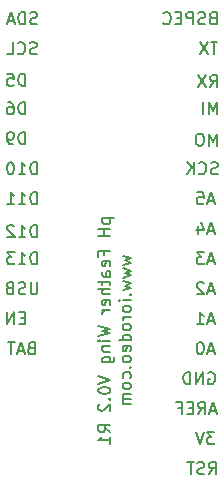
<source format=gbr>
G04 #@! TF.GenerationSoftware,KiCad,Pcbnew,5.1.7-a382d34a8~87~ubuntu18.04.1*
G04 #@! TF.CreationDate,2021-01-18T08:48:31-08:00*
G04 #@! TF.ProjectId,ph_feather_wing,70685f66-6561-4746-9865-725f77696e67,rev?*
G04 #@! TF.SameCoordinates,Original*
G04 #@! TF.FileFunction,Legend,Bot*
G04 #@! TF.FilePolarity,Positive*
%FSLAX46Y46*%
G04 Gerber Fmt 4.6, Leading zero omitted, Abs format (unit mm)*
G04 Created by KiCad (PCBNEW 5.1.7-a382d34a8~87~ubuntu18.04.1) date 2021-01-18 08:48:31*
%MOMM*%
%LPD*%
G01*
G04 APERTURE LIST*
%ADD10C,0.203200*%
G04 APERTURE END LIST*
D10*
X75372685Y-74059142D02*
X76388685Y-74059142D01*
X75421066Y-74059142D02*
X75372685Y-74155904D01*
X75372685Y-74349428D01*
X75421066Y-74446190D01*
X75469447Y-74494571D01*
X75566209Y-74542952D01*
X75856495Y-74542952D01*
X75953257Y-74494571D01*
X76001638Y-74446190D01*
X76050019Y-74349428D01*
X76050019Y-74155904D01*
X76001638Y-74059142D01*
X76050019Y-74978380D02*
X75034019Y-74978380D01*
X75517828Y-74978380D02*
X75517828Y-75558952D01*
X76050019Y-75558952D02*
X75034019Y-75558952D01*
X75517828Y-77155523D02*
X75517828Y-76816857D01*
X76050019Y-76816857D02*
X75034019Y-76816857D01*
X75034019Y-77300666D01*
X76001638Y-78074761D02*
X76050019Y-77978000D01*
X76050019Y-77784476D01*
X76001638Y-77687714D01*
X75904876Y-77639333D01*
X75517828Y-77639333D01*
X75421066Y-77687714D01*
X75372685Y-77784476D01*
X75372685Y-77978000D01*
X75421066Y-78074761D01*
X75517828Y-78123142D01*
X75614590Y-78123142D01*
X75711352Y-77639333D01*
X76050019Y-78994000D02*
X75517828Y-78994000D01*
X75421066Y-78945619D01*
X75372685Y-78848857D01*
X75372685Y-78655333D01*
X75421066Y-78558571D01*
X76001638Y-78994000D02*
X76050019Y-78897238D01*
X76050019Y-78655333D01*
X76001638Y-78558571D01*
X75904876Y-78510190D01*
X75808114Y-78510190D01*
X75711352Y-78558571D01*
X75662971Y-78655333D01*
X75662971Y-78897238D01*
X75614590Y-78994000D01*
X75372685Y-79332666D02*
X75372685Y-79719714D01*
X75034019Y-79477809D02*
X75904876Y-79477809D01*
X76001638Y-79526190D01*
X76050019Y-79622952D01*
X76050019Y-79719714D01*
X76050019Y-80058380D02*
X75034019Y-80058380D01*
X76050019Y-80493809D02*
X75517828Y-80493809D01*
X75421066Y-80445428D01*
X75372685Y-80348666D01*
X75372685Y-80203523D01*
X75421066Y-80106761D01*
X75469447Y-80058380D01*
X76001638Y-81364666D02*
X76050019Y-81267904D01*
X76050019Y-81074380D01*
X76001638Y-80977619D01*
X75904876Y-80929238D01*
X75517828Y-80929238D01*
X75421066Y-80977619D01*
X75372685Y-81074380D01*
X75372685Y-81267904D01*
X75421066Y-81364666D01*
X75517828Y-81413047D01*
X75614590Y-81413047D01*
X75711352Y-80929238D01*
X76050019Y-81848476D02*
X75372685Y-81848476D01*
X75566209Y-81848476D02*
X75469447Y-81896857D01*
X75421066Y-81945238D01*
X75372685Y-82042000D01*
X75372685Y-82138761D01*
X75034019Y-83154761D02*
X76050019Y-83396666D01*
X75324304Y-83590190D01*
X76050019Y-83783714D01*
X75034019Y-84025619D01*
X76050019Y-84412666D02*
X75372685Y-84412666D01*
X75034019Y-84412666D02*
X75082400Y-84364285D01*
X75130780Y-84412666D01*
X75082400Y-84461047D01*
X75034019Y-84412666D01*
X75130780Y-84412666D01*
X75372685Y-84896476D02*
X76050019Y-84896476D01*
X75469447Y-84896476D02*
X75421066Y-84944857D01*
X75372685Y-85041619D01*
X75372685Y-85186761D01*
X75421066Y-85283523D01*
X75517828Y-85331904D01*
X76050019Y-85331904D01*
X75372685Y-86251142D02*
X76195161Y-86251142D01*
X76291923Y-86202761D01*
X76340304Y-86154380D01*
X76388685Y-86057619D01*
X76388685Y-85912476D01*
X76340304Y-85815714D01*
X76001638Y-86251142D02*
X76050019Y-86154380D01*
X76050019Y-85960857D01*
X76001638Y-85864095D01*
X75953257Y-85815714D01*
X75856495Y-85767333D01*
X75566209Y-85767333D01*
X75469447Y-85815714D01*
X75421066Y-85864095D01*
X75372685Y-85960857D01*
X75372685Y-86154380D01*
X75421066Y-86251142D01*
X75034019Y-87363904D02*
X76050019Y-87702571D01*
X75034019Y-88041238D01*
X75034019Y-88573428D02*
X75034019Y-88670190D01*
X75082400Y-88766952D01*
X75130780Y-88815333D01*
X75227542Y-88863714D01*
X75421066Y-88912095D01*
X75662971Y-88912095D01*
X75856495Y-88863714D01*
X75953257Y-88815333D01*
X76001638Y-88766952D01*
X76050019Y-88670190D01*
X76050019Y-88573428D01*
X76001638Y-88476666D01*
X75953257Y-88428285D01*
X75856495Y-88379904D01*
X75662971Y-88331523D01*
X75421066Y-88331523D01*
X75227542Y-88379904D01*
X75130780Y-88428285D01*
X75082400Y-88476666D01*
X75034019Y-88573428D01*
X75953257Y-89347523D02*
X76001638Y-89395904D01*
X76050019Y-89347523D01*
X76001638Y-89299142D01*
X75953257Y-89347523D01*
X76050019Y-89347523D01*
X75130780Y-89782952D02*
X75082400Y-89831333D01*
X75034019Y-89928095D01*
X75034019Y-90170000D01*
X75082400Y-90266761D01*
X75130780Y-90315142D01*
X75227542Y-90363523D01*
X75324304Y-90363523D01*
X75469447Y-90315142D01*
X76050019Y-89734571D01*
X76050019Y-90363523D01*
X76050019Y-92153619D02*
X75566209Y-91814952D01*
X76050019Y-91573047D02*
X75034019Y-91573047D01*
X75034019Y-91960095D01*
X75082400Y-92056857D01*
X75130780Y-92105238D01*
X75227542Y-92153619D01*
X75372685Y-92153619D01*
X75469447Y-92105238D01*
X75517828Y-92056857D01*
X75566209Y-91960095D01*
X75566209Y-91573047D01*
X76050019Y-93121238D02*
X76050019Y-92540666D01*
X76050019Y-92830952D02*
X75034019Y-92830952D01*
X75179161Y-92734190D01*
X75275923Y-92637428D01*
X75324304Y-92540666D01*
X77099885Y-77228095D02*
X77777219Y-77421619D01*
X77293409Y-77615142D01*
X77777219Y-77808666D01*
X77099885Y-78002190D01*
X77099885Y-78292476D02*
X77777219Y-78486000D01*
X77293409Y-78679523D01*
X77777219Y-78873047D01*
X77099885Y-79066571D01*
X77099885Y-79356857D02*
X77777219Y-79550380D01*
X77293409Y-79743904D01*
X77777219Y-79937428D01*
X77099885Y-80130952D01*
X77680457Y-80518000D02*
X77728838Y-80566380D01*
X77777219Y-80518000D01*
X77728838Y-80469619D01*
X77680457Y-80518000D01*
X77777219Y-80518000D01*
X77777219Y-81001809D02*
X77099885Y-81001809D01*
X76761219Y-81001809D02*
X76809600Y-80953428D01*
X76857980Y-81001809D01*
X76809600Y-81050190D01*
X76761219Y-81001809D01*
X76857980Y-81001809D01*
X77777219Y-81630761D02*
X77728838Y-81534000D01*
X77680457Y-81485619D01*
X77583695Y-81437238D01*
X77293409Y-81437238D01*
X77196647Y-81485619D01*
X77148266Y-81534000D01*
X77099885Y-81630761D01*
X77099885Y-81775904D01*
X77148266Y-81872666D01*
X77196647Y-81921047D01*
X77293409Y-81969428D01*
X77583695Y-81969428D01*
X77680457Y-81921047D01*
X77728838Y-81872666D01*
X77777219Y-81775904D01*
X77777219Y-81630761D01*
X77777219Y-82404857D02*
X77099885Y-82404857D01*
X77293409Y-82404857D02*
X77196647Y-82453238D01*
X77148266Y-82501619D01*
X77099885Y-82598380D01*
X77099885Y-82695142D01*
X77777219Y-83178952D02*
X77728838Y-83082190D01*
X77680457Y-83033809D01*
X77583695Y-82985428D01*
X77293409Y-82985428D01*
X77196647Y-83033809D01*
X77148266Y-83082190D01*
X77099885Y-83178952D01*
X77099885Y-83324095D01*
X77148266Y-83420857D01*
X77196647Y-83469238D01*
X77293409Y-83517619D01*
X77583695Y-83517619D01*
X77680457Y-83469238D01*
X77728838Y-83420857D01*
X77777219Y-83324095D01*
X77777219Y-83178952D01*
X77777219Y-84388476D02*
X76761219Y-84388476D01*
X77728838Y-84388476D02*
X77777219Y-84291714D01*
X77777219Y-84098190D01*
X77728838Y-84001428D01*
X77680457Y-83953047D01*
X77583695Y-83904666D01*
X77293409Y-83904666D01*
X77196647Y-83953047D01*
X77148266Y-84001428D01*
X77099885Y-84098190D01*
X77099885Y-84291714D01*
X77148266Y-84388476D01*
X77728838Y-85259333D02*
X77777219Y-85162571D01*
X77777219Y-84969047D01*
X77728838Y-84872285D01*
X77632076Y-84823904D01*
X77245028Y-84823904D01*
X77148266Y-84872285D01*
X77099885Y-84969047D01*
X77099885Y-85162571D01*
X77148266Y-85259333D01*
X77245028Y-85307714D01*
X77341790Y-85307714D01*
X77438552Y-84823904D01*
X77777219Y-85888285D02*
X77728838Y-85791523D01*
X77680457Y-85743142D01*
X77583695Y-85694761D01*
X77293409Y-85694761D01*
X77196647Y-85743142D01*
X77148266Y-85791523D01*
X77099885Y-85888285D01*
X77099885Y-86033428D01*
X77148266Y-86130190D01*
X77196647Y-86178571D01*
X77293409Y-86226952D01*
X77583695Y-86226952D01*
X77680457Y-86178571D01*
X77728838Y-86130190D01*
X77777219Y-86033428D01*
X77777219Y-85888285D01*
X77680457Y-86662380D02*
X77728838Y-86710761D01*
X77777219Y-86662380D01*
X77728838Y-86614000D01*
X77680457Y-86662380D01*
X77777219Y-86662380D01*
X77728838Y-87581619D02*
X77777219Y-87484857D01*
X77777219Y-87291333D01*
X77728838Y-87194571D01*
X77680457Y-87146190D01*
X77583695Y-87097809D01*
X77293409Y-87097809D01*
X77196647Y-87146190D01*
X77148266Y-87194571D01*
X77099885Y-87291333D01*
X77099885Y-87484857D01*
X77148266Y-87581619D01*
X77777219Y-88162190D02*
X77728838Y-88065428D01*
X77680457Y-88017047D01*
X77583695Y-87968666D01*
X77293409Y-87968666D01*
X77196647Y-88017047D01*
X77148266Y-88065428D01*
X77099885Y-88162190D01*
X77099885Y-88307333D01*
X77148266Y-88404095D01*
X77196647Y-88452476D01*
X77293409Y-88500857D01*
X77583695Y-88500857D01*
X77680457Y-88452476D01*
X77728838Y-88404095D01*
X77777219Y-88307333D01*
X77777219Y-88162190D01*
X77777219Y-88936285D02*
X77099885Y-88936285D01*
X77196647Y-88936285D02*
X77148266Y-88984666D01*
X77099885Y-89081428D01*
X77099885Y-89226571D01*
X77148266Y-89323333D01*
X77245028Y-89371714D01*
X77777219Y-89371714D01*
X77245028Y-89371714D02*
X77148266Y-89420095D01*
X77099885Y-89516857D01*
X77099885Y-89662000D01*
X77148266Y-89758761D01*
X77245028Y-89807142D01*
X77777219Y-89807142D01*
X69813714Y-57561238D02*
X69668571Y-57609619D01*
X69426666Y-57609619D01*
X69329904Y-57561238D01*
X69281523Y-57512857D01*
X69233142Y-57416095D01*
X69233142Y-57319333D01*
X69281523Y-57222571D01*
X69329904Y-57174190D01*
X69426666Y-57125809D01*
X69620190Y-57077428D01*
X69716952Y-57029047D01*
X69765333Y-56980666D01*
X69813714Y-56883904D01*
X69813714Y-56787142D01*
X69765333Y-56690380D01*
X69716952Y-56642000D01*
X69620190Y-56593619D01*
X69378285Y-56593619D01*
X69233142Y-56642000D01*
X68797714Y-57609619D02*
X68797714Y-56593619D01*
X68555809Y-56593619D01*
X68410666Y-56642000D01*
X68313904Y-56738761D01*
X68265523Y-56835523D01*
X68217142Y-57029047D01*
X68217142Y-57174190D01*
X68265523Y-57367714D01*
X68313904Y-57464476D01*
X68410666Y-57561238D01*
X68555809Y-57609619D01*
X68797714Y-57609619D01*
X67830095Y-57319333D02*
X67346285Y-57319333D01*
X67926857Y-57609619D02*
X67588190Y-56593619D01*
X67249523Y-57609619D01*
X69789523Y-60101238D02*
X69644380Y-60149619D01*
X69402476Y-60149619D01*
X69305714Y-60101238D01*
X69257333Y-60052857D01*
X69208952Y-59956095D01*
X69208952Y-59859333D01*
X69257333Y-59762571D01*
X69305714Y-59714190D01*
X69402476Y-59665809D01*
X69596000Y-59617428D01*
X69692761Y-59569047D01*
X69741142Y-59520666D01*
X69789523Y-59423904D01*
X69789523Y-59327142D01*
X69741142Y-59230380D01*
X69692761Y-59182000D01*
X69596000Y-59133619D01*
X69354095Y-59133619D01*
X69208952Y-59182000D01*
X68192952Y-60052857D02*
X68241333Y-60101238D01*
X68386476Y-60149619D01*
X68483238Y-60149619D01*
X68628380Y-60101238D01*
X68725142Y-60004476D01*
X68773523Y-59907714D01*
X68821904Y-59714190D01*
X68821904Y-59569047D01*
X68773523Y-59375523D01*
X68725142Y-59278761D01*
X68628380Y-59182000D01*
X68483238Y-59133619D01*
X68386476Y-59133619D01*
X68241333Y-59182000D01*
X68192952Y-59230380D01*
X67273714Y-60149619D02*
X67757523Y-60149619D01*
X67757523Y-59133619D01*
X68821904Y-62816619D02*
X68821904Y-61800619D01*
X68580000Y-61800619D01*
X68434857Y-61849000D01*
X68338095Y-61945761D01*
X68289714Y-62042523D01*
X68241333Y-62236047D01*
X68241333Y-62381190D01*
X68289714Y-62574714D01*
X68338095Y-62671476D01*
X68434857Y-62768238D01*
X68580000Y-62816619D01*
X68821904Y-62816619D01*
X67322095Y-61800619D02*
X67805904Y-61800619D01*
X67854285Y-62284428D01*
X67805904Y-62236047D01*
X67709142Y-62187666D01*
X67467238Y-62187666D01*
X67370476Y-62236047D01*
X67322095Y-62284428D01*
X67273714Y-62381190D01*
X67273714Y-62623095D01*
X67322095Y-62719857D01*
X67370476Y-62768238D01*
X67467238Y-62816619D01*
X67709142Y-62816619D01*
X67805904Y-62768238D01*
X67854285Y-62719857D01*
X68821904Y-65229619D02*
X68821904Y-64213619D01*
X68580000Y-64213619D01*
X68434857Y-64262000D01*
X68338095Y-64358761D01*
X68289714Y-64455523D01*
X68241333Y-64649047D01*
X68241333Y-64794190D01*
X68289714Y-64987714D01*
X68338095Y-65084476D01*
X68434857Y-65181238D01*
X68580000Y-65229619D01*
X68821904Y-65229619D01*
X67370476Y-64213619D02*
X67564000Y-64213619D01*
X67660761Y-64262000D01*
X67709142Y-64310380D01*
X67805904Y-64455523D01*
X67854285Y-64649047D01*
X67854285Y-65036095D01*
X67805904Y-65132857D01*
X67757523Y-65181238D01*
X67660761Y-65229619D01*
X67467238Y-65229619D01*
X67370476Y-65181238D01*
X67322095Y-65132857D01*
X67273714Y-65036095D01*
X67273714Y-64794190D01*
X67322095Y-64697428D01*
X67370476Y-64649047D01*
X67467238Y-64600666D01*
X67660761Y-64600666D01*
X67757523Y-64649047D01*
X67805904Y-64697428D01*
X67854285Y-64794190D01*
X68821904Y-67769619D02*
X68821904Y-66753619D01*
X68580000Y-66753619D01*
X68434857Y-66802000D01*
X68338095Y-66898761D01*
X68289714Y-66995523D01*
X68241333Y-67189047D01*
X68241333Y-67334190D01*
X68289714Y-67527714D01*
X68338095Y-67624476D01*
X68434857Y-67721238D01*
X68580000Y-67769619D01*
X68821904Y-67769619D01*
X67757523Y-67769619D02*
X67564000Y-67769619D01*
X67467238Y-67721238D01*
X67418857Y-67672857D01*
X67322095Y-67527714D01*
X67273714Y-67334190D01*
X67273714Y-66947142D01*
X67322095Y-66850380D01*
X67370476Y-66802000D01*
X67467238Y-66753619D01*
X67660761Y-66753619D01*
X67757523Y-66802000D01*
X67805904Y-66850380D01*
X67854285Y-66947142D01*
X67854285Y-67189047D01*
X67805904Y-67285809D01*
X67757523Y-67334190D01*
X67660761Y-67382571D01*
X67467238Y-67382571D01*
X67370476Y-67334190D01*
X67322095Y-67285809D01*
X67273714Y-67189047D01*
X69813714Y-70309619D02*
X69813714Y-69293619D01*
X69571809Y-69293619D01*
X69426666Y-69342000D01*
X69329904Y-69438761D01*
X69281523Y-69535523D01*
X69233142Y-69729047D01*
X69233142Y-69874190D01*
X69281523Y-70067714D01*
X69329904Y-70164476D01*
X69426666Y-70261238D01*
X69571809Y-70309619D01*
X69813714Y-70309619D01*
X68265523Y-70309619D02*
X68846095Y-70309619D01*
X68555809Y-70309619D02*
X68555809Y-69293619D01*
X68652571Y-69438761D01*
X68749333Y-69535523D01*
X68846095Y-69583904D01*
X67636571Y-69293619D02*
X67539809Y-69293619D01*
X67443047Y-69342000D01*
X67394666Y-69390380D01*
X67346285Y-69487142D01*
X67297904Y-69680666D01*
X67297904Y-69922571D01*
X67346285Y-70116095D01*
X67394666Y-70212857D01*
X67443047Y-70261238D01*
X67539809Y-70309619D01*
X67636571Y-70309619D01*
X67733333Y-70261238D01*
X67781714Y-70212857D01*
X67830095Y-70116095D01*
X67878476Y-69922571D01*
X67878476Y-69680666D01*
X67830095Y-69487142D01*
X67781714Y-69390380D01*
X67733333Y-69342000D01*
X67636571Y-69293619D01*
X69813714Y-72849619D02*
X69813714Y-71833619D01*
X69571809Y-71833619D01*
X69426666Y-71882000D01*
X69329904Y-71978761D01*
X69281523Y-72075523D01*
X69233142Y-72269047D01*
X69233142Y-72414190D01*
X69281523Y-72607714D01*
X69329904Y-72704476D01*
X69426666Y-72801238D01*
X69571809Y-72849619D01*
X69813714Y-72849619D01*
X68265523Y-72849619D02*
X68846095Y-72849619D01*
X68555809Y-72849619D02*
X68555809Y-71833619D01*
X68652571Y-71978761D01*
X68749333Y-72075523D01*
X68846095Y-72123904D01*
X67297904Y-72849619D02*
X67878476Y-72849619D01*
X67588190Y-72849619D02*
X67588190Y-71833619D01*
X67684952Y-71978761D01*
X67781714Y-72075523D01*
X67878476Y-72123904D01*
X69813714Y-75643619D02*
X69813714Y-74627619D01*
X69571809Y-74627619D01*
X69426666Y-74676000D01*
X69329904Y-74772761D01*
X69281523Y-74869523D01*
X69233142Y-75063047D01*
X69233142Y-75208190D01*
X69281523Y-75401714D01*
X69329904Y-75498476D01*
X69426666Y-75595238D01*
X69571809Y-75643619D01*
X69813714Y-75643619D01*
X68265523Y-75643619D02*
X68846095Y-75643619D01*
X68555809Y-75643619D02*
X68555809Y-74627619D01*
X68652571Y-74772761D01*
X68749333Y-74869523D01*
X68846095Y-74917904D01*
X67878476Y-74724380D02*
X67830095Y-74676000D01*
X67733333Y-74627619D01*
X67491428Y-74627619D01*
X67394666Y-74676000D01*
X67346285Y-74724380D01*
X67297904Y-74821142D01*
X67297904Y-74917904D01*
X67346285Y-75063047D01*
X67926857Y-75643619D01*
X67297904Y-75643619D01*
X69813714Y-77929619D02*
X69813714Y-76913619D01*
X69571809Y-76913619D01*
X69426666Y-76962000D01*
X69329904Y-77058761D01*
X69281523Y-77155523D01*
X69233142Y-77349047D01*
X69233142Y-77494190D01*
X69281523Y-77687714D01*
X69329904Y-77784476D01*
X69426666Y-77881238D01*
X69571809Y-77929619D01*
X69813714Y-77929619D01*
X68265523Y-77929619D02*
X68846095Y-77929619D01*
X68555809Y-77929619D02*
X68555809Y-76913619D01*
X68652571Y-77058761D01*
X68749333Y-77155523D01*
X68846095Y-77203904D01*
X67926857Y-76913619D02*
X67297904Y-76913619D01*
X67636571Y-77300666D01*
X67491428Y-77300666D01*
X67394666Y-77349047D01*
X67346285Y-77397428D01*
X67297904Y-77494190D01*
X67297904Y-77736095D01*
X67346285Y-77832857D01*
X67394666Y-77881238D01*
X67491428Y-77929619D01*
X67781714Y-77929619D01*
X67878476Y-77881238D01*
X67926857Y-77832857D01*
X69862095Y-79453619D02*
X69862095Y-80276095D01*
X69813714Y-80372857D01*
X69765333Y-80421238D01*
X69668571Y-80469619D01*
X69475047Y-80469619D01*
X69378285Y-80421238D01*
X69329904Y-80372857D01*
X69281523Y-80276095D01*
X69281523Y-79453619D01*
X68846095Y-80421238D02*
X68700952Y-80469619D01*
X68459047Y-80469619D01*
X68362285Y-80421238D01*
X68313904Y-80372857D01*
X68265523Y-80276095D01*
X68265523Y-80179333D01*
X68313904Y-80082571D01*
X68362285Y-80034190D01*
X68459047Y-79985809D01*
X68652571Y-79937428D01*
X68749333Y-79889047D01*
X68797714Y-79840666D01*
X68846095Y-79743904D01*
X68846095Y-79647142D01*
X68797714Y-79550380D01*
X68749333Y-79502000D01*
X68652571Y-79453619D01*
X68410666Y-79453619D01*
X68265523Y-79502000D01*
X67491428Y-79937428D02*
X67346285Y-79985809D01*
X67297904Y-80034190D01*
X67249523Y-80130952D01*
X67249523Y-80276095D01*
X67297904Y-80372857D01*
X67346285Y-80421238D01*
X67443047Y-80469619D01*
X67830095Y-80469619D01*
X67830095Y-79453619D01*
X67491428Y-79453619D01*
X67394666Y-79502000D01*
X67346285Y-79550380D01*
X67297904Y-79647142D01*
X67297904Y-79743904D01*
X67346285Y-79840666D01*
X67394666Y-79889047D01*
X67491428Y-79937428D01*
X67830095Y-79937428D01*
X68821904Y-82477428D02*
X68483238Y-82477428D01*
X68338095Y-83009619D02*
X68821904Y-83009619D01*
X68821904Y-81993619D01*
X68338095Y-81993619D01*
X67902666Y-83009619D02*
X67902666Y-81993619D01*
X67322095Y-83009619D01*
X67322095Y-81993619D01*
X69329904Y-85017428D02*
X69184761Y-85065809D01*
X69136380Y-85114190D01*
X69088000Y-85210952D01*
X69088000Y-85356095D01*
X69136380Y-85452857D01*
X69184761Y-85501238D01*
X69281523Y-85549619D01*
X69668571Y-85549619D01*
X69668571Y-84533619D01*
X69329904Y-84533619D01*
X69233142Y-84582000D01*
X69184761Y-84630380D01*
X69136380Y-84727142D01*
X69136380Y-84823904D01*
X69184761Y-84920666D01*
X69233142Y-84969047D01*
X69329904Y-85017428D01*
X69668571Y-85017428D01*
X68700952Y-85259333D02*
X68217142Y-85259333D01*
X68797714Y-85549619D02*
X68459047Y-84533619D01*
X68120380Y-85549619D01*
X67926857Y-84533619D02*
X67346285Y-84533619D01*
X67636571Y-85549619D02*
X67636571Y-84533619D01*
X84690857Y-57077428D02*
X84545714Y-57125809D01*
X84497333Y-57174190D01*
X84448952Y-57270952D01*
X84448952Y-57416095D01*
X84497333Y-57512857D01*
X84545714Y-57561238D01*
X84642476Y-57609619D01*
X85029523Y-57609619D01*
X85029523Y-56593619D01*
X84690857Y-56593619D01*
X84594095Y-56642000D01*
X84545714Y-56690380D01*
X84497333Y-56787142D01*
X84497333Y-56883904D01*
X84545714Y-56980666D01*
X84594095Y-57029047D01*
X84690857Y-57077428D01*
X85029523Y-57077428D01*
X84061904Y-57561238D02*
X83916761Y-57609619D01*
X83674857Y-57609619D01*
X83578095Y-57561238D01*
X83529714Y-57512857D01*
X83481333Y-57416095D01*
X83481333Y-57319333D01*
X83529714Y-57222571D01*
X83578095Y-57174190D01*
X83674857Y-57125809D01*
X83868380Y-57077428D01*
X83965142Y-57029047D01*
X84013523Y-56980666D01*
X84061904Y-56883904D01*
X84061904Y-56787142D01*
X84013523Y-56690380D01*
X83965142Y-56642000D01*
X83868380Y-56593619D01*
X83626476Y-56593619D01*
X83481333Y-56642000D01*
X83045904Y-57609619D02*
X83045904Y-56593619D01*
X82658857Y-56593619D01*
X82562095Y-56642000D01*
X82513714Y-56690380D01*
X82465333Y-56787142D01*
X82465333Y-56932285D01*
X82513714Y-57029047D01*
X82562095Y-57077428D01*
X82658857Y-57125809D01*
X83045904Y-57125809D01*
X82029904Y-57077428D02*
X81691238Y-57077428D01*
X81546095Y-57609619D02*
X82029904Y-57609619D01*
X82029904Y-56593619D01*
X81546095Y-56593619D01*
X80530095Y-57512857D02*
X80578476Y-57561238D01*
X80723619Y-57609619D01*
X80820380Y-57609619D01*
X80965523Y-57561238D01*
X81062285Y-57464476D01*
X81110666Y-57367714D01*
X81159047Y-57174190D01*
X81159047Y-57029047D01*
X81110666Y-56835523D01*
X81062285Y-56738761D01*
X80965523Y-56642000D01*
X80820380Y-56593619D01*
X80723619Y-56593619D01*
X80578476Y-56642000D01*
X80530095Y-56690380D01*
X85102095Y-59133619D02*
X84521523Y-59133619D01*
X84811809Y-60149619D02*
X84811809Y-59133619D01*
X84279619Y-59133619D02*
X83602285Y-60149619D01*
X83602285Y-59133619D02*
X84279619Y-60149619D01*
X84497333Y-62943619D02*
X84836000Y-62459809D01*
X85077904Y-62943619D02*
X85077904Y-61927619D01*
X84690857Y-61927619D01*
X84594095Y-61976000D01*
X84545714Y-62024380D01*
X84497333Y-62121142D01*
X84497333Y-62266285D01*
X84545714Y-62363047D01*
X84594095Y-62411428D01*
X84690857Y-62459809D01*
X85077904Y-62459809D01*
X84158666Y-61927619D02*
X83481333Y-62943619D01*
X83481333Y-61927619D02*
X84158666Y-62943619D01*
X85035571Y-65229619D02*
X85035571Y-64213619D01*
X84696904Y-64939333D01*
X84358238Y-64213619D01*
X84358238Y-65229619D01*
X83874428Y-65229619D02*
X83874428Y-64213619D01*
X85071857Y-67896619D02*
X85071857Y-66880619D01*
X84733190Y-67606333D01*
X84394523Y-66880619D01*
X84394523Y-67896619D01*
X83717190Y-66880619D02*
X83523666Y-66880619D01*
X83426904Y-66929000D01*
X83330142Y-67025761D01*
X83281761Y-67219285D01*
X83281761Y-67557952D01*
X83330142Y-67751476D01*
X83426904Y-67848238D01*
X83523666Y-67896619D01*
X83717190Y-67896619D01*
X83813952Y-67848238D01*
X83910714Y-67751476D01*
X83959095Y-67557952D01*
X83959095Y-67219285D01*
X83910714Y-67025761D01*
X83813952Y-66929000D01*
X83717190Y-66880619D01*
X85126285Y-70261238D02*
X84981142Y-70309619D01*
X84739238Y-70309619D01*
X84642476Y-70261238D01*
X84594095Y-70212857D01*
X84545714Y-70116095D01*
X84545714Y-70019333D01*
X84594095Y-69922571D01*
X84642476Y-69874190D01*
X84739238Y-69825809D01*
X84932761Y-69777428D01*
X85029523Y-69729047D01*
X85077904Y-69680666D01*
X85126285Y-69583904D01*
X85126285Y-69487142D01*
X85077904Y-69390380D01*
X85029523Y-69342000D01*
X84932761Y-69293619D01*
X84690857Y-69293619D01*
X84545714Y-69342000D01*
X83529714Y-70212857D02*
X83578095Y-70261238D01*
X83723238Y-70309619D01*
X83820000Y-70309619D01*
X83965142Y-70261238D01*
X84061904Y-70164476D01*
X84110285Y-70067714D01*
X84158666Y-69874190D01*
X84158666Y-69729047D01*
X84110285Y-69535523D01*
X84061904Y-69438761D01*
X83965142Y-69342000D01*
X83820000Y-69293619D01*
X83723238Y-69293619D01*
X83578095Y-69342000D01*
X83529714Y-69390380D01*
X83094285Y-70309619D02*
X83094285Y-69293619D01*
X82513714Y-70309619D02*
X82949142Y-69729047D01*
X82513714Y-69293619D02*
X83094285Y-69874190D01*
X84799714Y-72559333D02*
X84315904Y-72559333D01*
X84896476Y-72849619D02*
X84557809Y-71833619D01*
X84219142Y-72849619D01*
X83396666Y-71833619D02*
X83880476Y-71833619D01*
X83928857Y-72317428D01*
X83880476Y-72269047D01*
X83783714Y-72220666D01*
X83541809Y-72220666D01*
X83445047Y-72269047D01*
X83396666Y-72317428D01*
X83348285Y-72414190D01*
X83348285Y-72656095D01*
X83396666Y-72752857D01*
X83445047Y-72801238D01*
X83541809Y-72849619D01*
X83783714Y-72849619D01*
X83880476Y-72801238D01*
X83928857Y-72752857D01*
X84799714Y-75099333D02*
X84315904Y-75099333D01*
X84896476Y-75389619D02*
X84557809Y-74373619D01*
X84219142Y-75389619D01*
X83445047Y-74712285D02*
X83445047Y-75389619D01*
X83686952Y-74325238D02*
X83928857Y-75050952D01*
X83299904Y-75050952D01*
X84799714Y-77639333D02*
X84315904Y-77639333D01*
X84896476Y-77929619D02*
X84557809Y-76913619D01*
X84219142Y-77929619D01*
X83977238Y-76913619D02*
X83348285Y-76913619D01*
X83686952Y-77300666D01*
X83541809Y-77300666D01*
X83445047Y-77349047D01*
X83396666Y-77397428D01*
X83348285Y-77494190D01*
X83348285Y-77736095D01*
X83396666Y-77832857D01*
X83445047Y-77881238D01*
X83541809Y-77929619D01*
X83832095Y-77929619D01*
X83928857Y-77881238D01*
X83977238Y-77832857D01*
X84799714Y-80179333D02*
X84315904Y-80179333D01*
X84896476Y-80469619D02*
X84557809Y-79453619D01*
X84219142Y-80469619D01*
X83928857Y-79550380D02*
X83880476Y-79502000D01*
X83783714Y-79453619D01*
X83541809Y-79453619D01*
X83445047Y-79502000D01*
X83396666Y-79550380D01*
X83348285Y-79647142D01*
X83348285Y-79743904D01*
X83396666Y-79889047D01*
X83977238Y-80469619D01*
X83348285Y-80469619D01*
X84799714Y-82719333D02*
X84315904Y-82719333D01*
X84896476Y-83009619D02*
X84557809Y-81993619D01*
X84219142Y-83009619D01*
X83348285Y-83009619D02*
X83928857Y-83009619D01*
X83638571Y-83009619D02*
X83638571Y-81993619D01*
X83735333Y-82138761D01*
X83832095Y-82235523D01*
X83928857Y-82283904D01*
X84799714Y-85259333D02*
X84315904Y-85259333D01*
X84896476Y-85549619D02*
X84557809Y-84533619D01*
X84219142Y-85549619D01*
X83686952Y-84533619D02*
X83590190Y-84533619D01*
X83493428Y-84582000D01*
X83445047Y-84630380D01*
X83396666Y-84727142D01*
X83348285Y-84920666D01*
X83348285Y-85162571D01*
X83396666Y-85356095D01*
X83445047Y-85452857D01*
X83493428Y-85501238D01*
X83590190Y-85549619D01*
X83686952Y-85549619D01*
X83783714Y-85501238D01*
X83832095Y-85452857D01*
X83880476Y-85356095D01*
X83928857Y-85162571D01*
X83928857Y-84920666D01*
X83880476Y-84727142D01*
X83832095Y-84630380D01*
X83783714Y-84582000D01*
X83686952Y-84533619D01*
X84340095Y-87122000D02*
X84436857Y-87073619D01*
X84582000Y-87073619D01*
X84727142Y-87122000D01*
X84823904Y-87218761D01*
X84872285Y-87315523D01*
X84920666Y-87509047D01*
X84920666Y-87654190D01*
X84872285Y-87847714D01*
X84823904Y-87944476D01*
X84727142Y-88041238D01*
X84582000Y-88089619D01*
X84485238Y-88089619D01*
X84340095Y-88041238D01*
X84291714Y-87992857D01*
X84291714Y-87654190D01*
X84485238Y-87654190D01*
X83856285Y-88089619D02*
X83856285Y-87073619D01*
X83275714Y-88089619D01*
X83275714Y-87073619D01*
X82791904Y-88089619D02*
X82791904Y-87073619D01*
X82550000Y-87073619D01*
X82404857Y-87122000D01*
X82308095Y-87218761D01*
X82259714Y-87315523D01*
X82211333Y-87509047D01*
X82211333Y-87654190D01*
X82259714Y-87847714D01*
X82308095Y-87944476D01*
X82404857Y-88041238D01*
X82550000Y-88089619D01*
X82791904Y-88089619D01*
X84956952Y-90339333D02*
X84473142Y-90339333D01*
X85053714Y-90629619D02*
X84715047Y-89613619D01*
X84376380Y-90629619D01*
X83457142Y-90629619D02*
X83795809Y-90145809D01*
X84037714Y-90629619D02*
X84037714Y-89613619D01*
X83650666Y-89613619D01*
X83553904Y-89662000D01*
X83505523Y-89710380D01*
X83457142Y-89807142D01*
X83457142Y-89952285D01*
X83505523Y-90049047D01*
X83553904Y-90097428D01*
X83650666Y-90145809D01*
X84037714Y-90145809D01*
X83021714Y-90097428D02*
X82683047Y-90097428D01*
X82537904Y-90629619D02*
X83021714Y-90629619D01*
X83021714Y-89613619D01*
X82537904Y-89613619D01*
X81763809Y-90097428D02*
X82102476Y-90097428D01*
X82102476Y-90629619D02*
X82102476Y-89613619D01*
X81618666Y-89613619D01*
X84848095Y-92153619D02*
X84219142Y-92153619D01*
X84557809Y-92540666D01*
X84412666Y-92540666D01*
X84315904Y-92589047D01*
X84267523Y-92637428D01*
X84219142Y-92734190D01*
X84219142Y-92976095D01*
X84267523Y-93072857D01*
X84315904Y-93121238D01*
X84412666Y-93169619D01*
X84702952Y-93169619D01*
X84799714Y-93121238D01*
X84848095Y-93072857D01*
X83928857Y-92153619D02*
X83590190Y-93169619D01*
X83251523Y-92153619D01*
X84376380Y-95709619D02*
X84715047Y-95225809D01*
X84956952Y-95709619D02*
X84956952Y-94693619D01*
X84569904Y-94693619D01*
X84473142Y-94742000D01*
X84424761Y-94790380D01*
X84376380Y-94887142D01*
X84376380Y-95032285D01*
X84424761Y-95129047D01*
X84473142Y-95177428D01*
X84569904Y-95225809D01*
X84956952Y-95225809D01*
X83989333Y-95661238D02*
X83844190Y-95709619D01*
X83602285Y-95709619D01*
X83505523Y-95661238D01*
X83457142Y-95612857D01*
X83408761Y-95516095D01*
X83408761Y-95419333D01*
X83457142Y-95322571D01*
X83505523Y-95274190D01*
X83602285Y-95225809D01*
X83795809Y-95177428D01*
X83892571Y-95129047D01*
X83940952Y-95080666D01*
X83989333Y-94983904D01*
X83989333Y-94887142D01*
X83940952Y-94790380D01*
X83892571Y-94742000D01*
X83795809Y-94693619D01*
X83553904Y-94693619D01*
X83408761Y-94742000D01*
X83118476Y-94693619D02*
X82537904Y-94693619D01*
X82828190Y-95709619D02*
X82828190Y-94693619D01*
M02*

</source>
